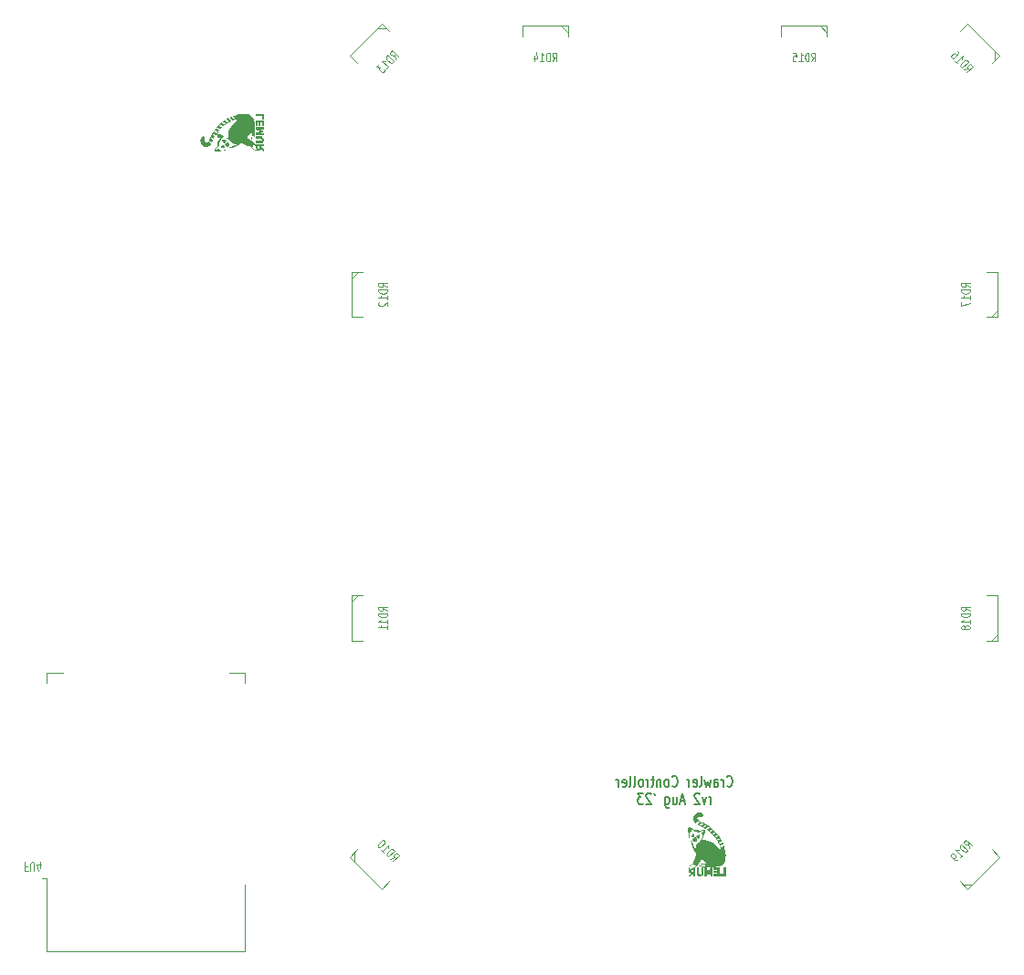
<source format=gbr>
G04 #@! TF.GenerationSoftware,KiCad,Pcbnew,7.0.4-40-g0180cb380f*
G04 #@! TF.CreationDate,2023-08-16T00:58:49-07:00*
G04 #@! TF.ProjectId,RobotCrawler,526f626f-7443-4726-9177-6c65722e6b69,rev?*
G04 #@! TF.SameCoordinates,Original*
G04 #@! TF.FileFunction,Legend,Bot*
G04 #@! TF.FilePolarity,Positive*
%FSLAX46Y46*%
G04 Gerber Fmt 4.6, Leading zero omitted, Abs format (unit mm)*
G04 Created by KiCad (PCBNEW 7.0.4-40-g0180cb380f) date 2023-08-16 00:58:49*
%MOMM*%
%LPD*%
G01*
G04 APERTURE LIST*
%ADD10C,0.150000*%
%ADD11C,0.100000*%
%ADD12C,0.120000*%
G04 APERTURE END LIST*
D10*
X154857143Y-100554580D02*
X154895239Y-100602200D01*
X154895239Y-100602200D02*
X155009524Y-100649819D01*
X155009524Y-100649819D02*
X155085715Y-100649819D01*
X155085715Y-100649819D02*
X155200001Y-100602200D01*
X155200001Y-100602200D02*
X155276191Y-100506961D01*
X155276191Y-100506961D02*
X155314286Y-100411723D01*
X155314286Y-100411723D02*
X155352382Y-100221247D01*
X155352382Y-100221247D02*
X155352382Y-100078390D01*
X155352382Y-100078390D02*
X155314286Y-99887914D01*
X155314286Y-99887914D02*
X155276191Y-99792676D01*
X155276191Y-99792676D02*
X155200001Y-99697438D01*
X155200001Y-99697438D02*
X155085715Y-99649819D01*
X155085715Y-99649819D02*
X155009524Y-99649819D01*
X155009524Y-99649819D02*
X154895239Y-99697438D01*
X154895239Y-99697438D02*
X154857143Y-99745057D01*
X154514286Y-100649819D02*
X154514286Y-99983152D01*
X154514286Y-100173628D02*
X154476191Y-100078390D01*
X154476191Y-100078390D02*
X154438096Y-100030771D01*
X154438096Y-100030771D02*
X154361905Y-99983152D01*
X154361905Y-99983152D02*
X154285715Y-99983152D01*
X153676191Y-100649819D02*
X153676191Y-100126009D01*
X153676191Y-100126009D02*
X153714286Y-100030771D01*
X153714286Y-100030771D02*
X153790477Y-99983152D01*
X153790477Y-99983152D02*
X153942858Y-99983152D01*
X153942858Y-99983152D02*
X154019048Y-100030771D01*
X153676191Y-100602200D02*
X153752382Y-100649819D01*
X153752382Y-100649819D02*
X153942858Y-100649819D01*
X153942858Y-100649819D02*
X154019048Y-100602200D01*
X154019048Y-100602200D02*
X154057144Y-100506961D01*
X154057144Y-100506961D02*
X154057144Y-100411723D01*
X154057144Y-100411723D02*
X154019048Y-100316485D01*
X154019048Y-100316485D02*
X153942858Y-100268866D01*
X153942858Y-100268866D02*
X153752382Y-100268866D01*
X153752382Y-100268866D02*
X153676191Y-100221247D01*
X153371429Y-99983152D02*
X153219048Y-100649819D01*
X153219048Y-100649819D02*
X153066667Y-100173628D01*
X153066667Y-100173628D02*
X152914286Y-100649819D01*
X152914286Y-100649819D02*
X152761905Y-99983152D01*
X152342858Y-100649819D02*
X152419048Y-100602200D01*
X152419048Y-100602200D02*
X152457143Y-100506961D01*
X152457143Y-100506961D02*
X152457143Y-99649819D01*
X151733333Y-100602200D02*
X151809524Y-100649819D01*
X151809524Y-100649819D02*
X151961905Y-100649819D01*
X151961905Y-100649819D02*
X152038095Y-100602200D01*
X152038095Y-100602200D02*
X152076191Y-100506961D01*
X152076191Y-100506961D02*
X152076191Y-100126009D01*
X152076191Y-100126009D02*
X152038095Y-100030771D01*
X152038095Y-100030771D02*
X151961905Y-99983152D01*
X151961905Y-99983152D02*
X151809524Y-99983152D01*
X151809524Y-99983152D02*
X151733333Y-100030771D01*
X151733333Y-100030771D02*
X151695238Y-100126009D01*
X151695238Y-100126009D02*
X151695238Y-100221247D01*
X151695238Y-100221247D02*
X152076191Y-100316485D01*
X151352381Y-100649819D02*
X151352381Y-99983152D01*
X151352381Y-100173628D02*
X151314286Y-100078390D01*
X151314286Y-100078390D02*
X151276191Y-100030771D01*
X151276191Y-100030771D02*
X151200000Y-99983152D01*
X151200000Y-99983152D02*
X151123810Y-99983152D01*
X149790476Y-100554580D02*
X149828572Y-100602200D01*
X149828572Y-100602200D02*
X149942857Y-100649819D01*
X149942857Y-100649819D02*
X150019048Y-100649819D01*
X150019048Y-100649819D02*
X150133334Y-100602200D01*
X150133334Y-100602200D02*
X150209524Y-100506961D01*
X150209524Y-100506961D02*
X150247619Y-100411723D01*
X150247619Y-100411723D02*
X150285715Y-100221247D01*
X150285715Y-100221247D02*
X150285715Y-100078390D01*
X150285715Y-100078390D02*
X150247619Y-99887914D01*
X150247619Y-99887914D02*
X150209524Y-99792676D01*
X150209524Y-99792676D02*
X150133334Y-99697438D01*
X150133334Y-99697438D02*
X150019048Y-99649819D01*
X150019048Y-99649819D02*
X149942857Y-99649819D01*
X149942857Y-99649819D02*
X149828572Y-99697438D01*
X149828572Y-99697438D02*
X149790476Y-99745057D01*
X149333334Y-100649819D02*
X149409524Y-100602200D01*
X149409524Y-100602200D02*
X149447619Y-100554580D01*
X149447619Y-100554580D02*
X149485715Y-100459342D01*
X149485715Y-100459342D02*
X149485715Y-100173628D01*
X149485715Y-100173628D02*
X149447619Y-100078390D01*
X149447619Y-100078390D02*
X149409524Y-100030771D01*
X149409524Y-100030771D02*
X149333334Y-99983152D01*
X149333334Y-99983152D02*
X149219048Y-99983152D01*
X149219048Y-99983152D02*
X149142857Y-100030771D01*
X149142857Y-100030771D02*
X149104762Y-100078390D01*
X149104762Y-100078390D02*
X149066667Y-100173628D01*
X149066667Y-100173628D02*
X149066667Y-100459342D01*
X149066667Y-100459342D02*
X149104762Y-100554580D01*
X149104762Y-100554580D02*
X149142857Y-100602200D01*
X149142857Y-100602200D02*
X149219048Y-100649819D01*
X149219048Y-100649819D02*
X149333334Y-100649819D01*
X148723809Y-99983152D02*
X148723809Y-100649819D01*
X148723809Y-100078390D02*
X148685714Y-100030771D01*
X148685714Y-100030771D02*
X148609524Y-99983152D01*
X148609524Y-99983152D02*
X148495238Y-99983152D01*
X148495238Y-99983152D02*
X148419047Y-100030771D01*
X148419047Y-100030771D02*
X148380952Y-100126009D01*
X148380952Y-100126009D02*
X148380952Y-100649819D01*
X148114285Y-99983152D02*
X147809523Y-99983152D01*
X147999999Y-99649819D02*
X147999999Y-100506961D01*
X147999999Y-100506961D02*
X147961904Y-100602200D01*
X147961904Y-100602200D02*
X147885714Y-100649819D01*
X147885714Y-100649819D02*
X147809523Y-100649819D01*
X147542856Y-100649819D02*
X147542856Y-99983152D01*
X147542856Y-100173628D02*
X147504761Y-100078390D01*
X147504761Y-100078390D02*
X147466666Y-100030771D01*
X147466666Y-100030771D02*
X147390475Y-99983152D01*
X147390475Y-99983152D02*
X147314285Y-99983152D01*
X146933333Y-100649819D02*
X147009523Y-100602200D01*
X147009523Y-100602200D02*
X147047618Y-100554580D01*
X147047618Y-100554580D02*
X147085714Y-100459342D01*
X147085714Y-100459342D02*
X147085714Y-100173628D01*
X147085714Y-100173628D02*
X147047618Y-100078390D01*
X147047618Y-100078390D02*
X147009523Y-100030771D01*
X147009523Y-100030771D02*
X146933333Y-99983152D01*
X146933333Y-99983152D02*
X146819047Y-99983152D01*
X146819047Y-99983152D02*
X146742856Y-100030771D01*
X146742856Y-100030771D02*
X146704761Y-100078390D01*
X146704761Y-100078390D02*
X146666666Y-100173628D01*
X146666666Y-100173628D02*
X146666666Y-100459342D01*
X146666666Y-100459342D02*
X146704761Y-100554580D01*
X146704761Y-100554580D02*
X146742856Y-100602200D01*
X146742856Y-100602200D02*
X146819047Y-100649819D01*
X146819047Y-100649819D02*
X146933333Y-100649819D01*
X146209523Y-100649819D02*
X146285713Y-100602200D01*
X146285713Y-100602200D02*
X146323808Y-100506961D01*
X146323808Y-100506961D02*
X146323808Y-99649819D01*
X145790475Y-100649819D02*
X145866665Y-100602200D01*
X145866665Y-100602200D02*
X145904760Y-100506961D01*
X145904760Y-100506961D02*
X145904760Y-99649819D01*
X145180950Y-100602200D02*
X145257141Y-100649819D01*
X145257141Y-100649819D02*
X145409522Y-100649819D01*
X145409522Y-100649819D02*
X145485712Y-100602200D01*
X145485712Y-100602200D02*
X145523808Y-100506961D01*
X145523808Y-100506961D02*
X145523808Y-100126009D01*
X145523808Y-100126009D02*
X145485712Y-100030771D01*
X145485712Y-100030771D02*
X145409522Y-99983152D01*
X145409522Y-99983152D02*
X145257141Y-99983152D01*
X145257141Y-99983152D02*
X145180950Y-100030771D01*
X145180950Y-100030771D02*
X145142855Y-100126009D01*
X145142855Y-100126009D02*
X145142855Y-100221247D01*
X145142855Y-100221247D02*
X145523808Y-100316485D01*
X144799998Y-100649819D02*
X144799998Y-99983152D01*
X144799998Y-100173628D02*
X144761903Y-100078390D01*
X144761903Y-100078390D02*
X144723808Y-100030771D01*
X144723808Y-100030771D02*
X144647617Y-99983152D01*
X144647617Y-99983152D02*
X144571427Y-99983152D01*
X153371428Y-102259819D02*
X153371428Y-101593152D01*
X153371428Y-101783628D02*
X153333333Y-101688390D01*
X153333333Y-101688390D02*
X153295238Y-101640771D01*
X153295238Y-101640771D02*
X153219047Y-101593152D01*
X153219047Y-101593152D02*
X153142857Y-101593152D01*
X152952381Y-101593152D02*
X152761905Y-102259819D01*
X152761905Y-102259819D02*
X152571428Y-101593152D01*
X152304762Y-101355057D02*
X152266666Y-101307438D01*
X152266666Y-101307438D02*
X152190476Y-101259819D01*
X152190476Y-101259819D02*
X152000000Y-101259819D01*
X152000000Y-101259819D02*
X151923809Y-101307438D01*
X151923809Y-101307438D02*
X151885714Y-101355057D01*
X151885714Y-101355057D02*
X151847619Y-101450295D01*
X151847619Y-101450295D02*
X151847619Y-101545533D01*
X151847619Y-101545533D02*
X151885714Y-101688390D01*
X151885714Y-101688390D02*
X152342857Y-102259819D01*
X152342857Y-102259819D02*
X151847619Y-102259819D01*
X150933333Y-101974104D02*
X150552380Y-101974104D01*
X151009523Y-102259819D02*
X150742856Y-101259819D01*
X150742856Y-101259819D02*
X150476190Y-102259819D01*
X149866666Y-101593152D02*
X149866666Y-102259819D01*
X150209523Y-101593152D02*
X150209523Y-102116961D01*
X150209523Y-102116961D02*
X150171428Y-102212200D01*
X150171428Y-102212200D02*
X150095238Y-102259819D01*
X150095238Y-102259819D02*
X149980952Y-102259819D01*
X149980952Y-102259819D02*
X149904761Y-102212200D01*
X149904761Y-102212200D02*
X149866666Y-102164580D01*
X149142856Y-101593152D02*
X149142856Y-102402676D01*
X149142856Y-102402676D02*
X149180951Y-102497914D01*
X149180951Y-102497914D02*
X149219047Y-102545533D01*
X149219047Y-102545533D02*
X149295237Y-102593152D01*
X149295237Y-102593152D02*
X149409523Y-102593152D01*
X149409523Y-102593152D02*
X149485713Y-102545533D01*
X149142856Y-102212200D02*
X149219047Y-102259819D01*
X149219047Y-102259819D02*
X149371428Y-102259819D01*
X149371428Y-102259819D02*
X149447618Y-102212200D01*
X149447618Y-102212200D02*
X149485713Y-102164580D01*
X149485713Y-102164580D02*
X149523809Y-102069342D01*
X149523809Y-102069342D02*
X149523809Y-101783628D01*
X149523809Y-101783628D02*
X149485713Y-101688390D01*
X149485713Y-101688390D02*
X149447618Y-101640771D01*
X149447618Y-101640771D02*
X149371428Y-101593152D01*
X149371428Y-101593152D02*
X149219047Y-101593152D01*
X149219047Y-101593152D02*
X149142856Y-101640771D01*
X148114284Y-101259819D02*
X148190475Y-101450295D01*
X147809523Y-101355057D02*
X147771427Y-101307438D01*
X147771427Y-101307438D02*
X147695237Y-101259819D01*
X147695237Y-101259819D02*
X147504761Y-101259819D01*
X147504761Y-101259819D02*
X147428570Y-101307438D01*
X147428570Y-101307438D02*
X147390475Y-101355057D01*
X147390475Y-101355057D02*
X147352380Y-101450295D01*
X147352380Y-101450295D02*
X147352380Y-101545533D01*
X147352380Y-101545533D02*
X147390475Y-101688390D01*
X147390475Y-101688390D02*
X147847618Y-102259819D01*
X147847618Y-102259819D02*
X147352380Y-102259819D01*
X147085713Y-101259819D02*
X146590475Y-101259819D01*
X146590475Y-101259819D02*
X146857141Y-101640771D01*
X146857141Y-101640771D02*
X146742856Y-101640771D01*
X146742856Y-101640771D02*
X146666665Y-101688390D01*
X146666665Y-101688390D02*
X146628570Y-101736009D01*
X146628570Y-101736009D02*
X146590475Y-101831247D01*
X146590475Y-101831247D02*
X146590475Y-102069342D01*
X146590475Y-102069342D02*
X146628570Y-102164580D01*
X146628570Y-102164580D02*
X146666665Y-102212200D01*
X146666665Y-102212200D02*
X146742856Y-102259819D01*
X146742856Y-102259819D02*
X146971427Y-102259819D01*
X146971427Y-102259819D02*
X147047618Y-102212200D01*
X147047618Y-102212200D02*
X147085713Y-102164580D01*
D11*
X123641067Y-107328679D02*
X124051862Y-107200726D01*
X123883504Y-107571116D02*
X124449189Y-107005430D01*
X124449189Y-107005430D02*
X124287565Y-106843806D01*
X124287565Y-106843806D02*
X124220221Y-106830337D01*
X124220221Y-106830337D02*
X124173081Y-106837071D01*
X124173081Y-106837071D02*
X124099003Y-106870743D01*
X124099003Y-106870743D02*
X124018191Y-106951555D01*
X124018191Y-106951555D02*
X123984519Y-107025633D01*
X123984519Y-107025633D02*
X123977785Y-107072774D01*
X123977785Y-107072774D02*
X123991253Y-107140117D01*
X123991253Y-107140117D02*
X124152878Y-107301742D01*
X123459240Y-107146851D02*
X124024925Y-106581166D01*
X124024925Y-106581166D02*
X123923910Y-106480151D01*
X123923910Y-106480151D02*
X123836363Y-106446479D01*
X123836363Y-106446479D02*
X123742082Y-106459948D01*
X123742082Y-106459948D02*
X123668005Y-106493619D01*
X123668005Y-106493619D02*
X123540052Y-106581166D01*
X123540052Y-106581166D02*
X123459240Y-106661978D01*
X123459240Y-106661978D02*
X123371693Y-106789931D01*
X123371693Y-106789931D02*
X123338021Y-106864009D01*
X123338021Y-106864009D02*
X123324553Y-106958290D01*
X123324553Y-106958290D02*
X123358224Y-107045836D01*
X123358224Y-107045836D02*
X123459240Y-107146851D01*
X122812742Y-106500354D02*
X123055179Y-106742790D01*
X122933960Y-106621572D02*
X123499646Y-106055887D01*
X123499646Y-106055887D02*
X123459240Y-106177105D01*
X123459240Y-106177105D02*
X123445771Y-106271386D01*
X123445771Y-106271386D02*
X123459240Y-106338729D01*
X123115788Y-105672028D02*
X123075381Y-105631622D01*
X123075381Y-105631622D02*
X123008038Y-105618154D01*
X123008038Y-105618154D02*
X122960897Y-105624888D01*
X122960897Y-105624888D02*
X122886820Y-105658560D01*
X122886820Y-105658560D02*
X122758867Y-105746106D01*
X122758867Y-105746106D02*
X122624180Y-105880793D01*
X122624180Y-105880793D02*
X122536633Y-106008746D01*
X122536633Y-106008746D02*
X122502962Y-106082824D01*
X122502962Y-106082824D02*
X122496227Y-106129964D01*
X122496227Y-106129964D02*
X122509696Y-106197308D01*
X122509696Y-106197308D02*
X122550102Y-106237714D01*
X122550102Y-106237714D02*
X122617446Y-106251183D01*
X122617446Y-106251183D02*
X122664586Y-106244448D01*
X122664586Y-106244448D02*
X122738664Y-106210776D01*
X122738664Y-106210776D02*
X122866617Y-106123230D01*
X122866617Y-106123230D02*
X123001304Y-105988543D01*
X123001304Y-105988543D02*
X123088850Y-105860590D01*
X123088850Y-105860590D02*
X123122522Y-105786512D01*
X123122522Y-105786512D02*
X123129256Y-105739372D01*
X123129256Y-105739372D02*
X123115788Y-105672028D01*
X123364895Y-84314285D02*
X122983942Y-84114285D01*
X123364895Y-83971428D02*
X122564895Y-83971428D01*
X122564895Y-83971428D02*
X122564895Y-84199999D01*
X122564895Y-84199999D02*
X122602990Y-84257142D01*
X122602990Y-84257142D02*
X122641085Y-84285713D01*
X122641085Y-84285713D02*
X122717276Y-84314285D01*
X122717276Y-84314285D02*
X122831561Y-84314285D01*
X122831561Y-84314285D02*
X122907752Y-84285713D01*
X122907752Y-84285713D02*
X122945847Y-84257142D01*
X122945847Y-84257142D02*
X122983942Y-84199999D01*
X122983942Y-84199999D02*
X122983942Y-83971428D01*
X123364895Y-84571428D02*
X122564895Y-84571428D01*
X122564895Y-84571428D02*
X122564895Y-84714285D01*
X122564895Y-84714285D02*
X122602990Y-84799999D01*
X122602990Y-84799999D02*
X122679180Y-84857142D01*
X122679180Y-84857142D02*
X122755371Y-84885713D01*
X122755371Y-84885713D02*
X122907752Y-84914285D01*
X122907752Y-84914285D02*
X123022038Y-84914285D01*
X123022038Y-84914285D02*
X123174419Y-84885713D01*
X123174419Y-84885713D02*
X123250609Y-84857142D01*
X123250609Y-84857142D02*
X123326800Y-84799999D01*
X123326800Y-84799999D02*
X123364895Y-84714285D01*
X123364895Y-84714285D02*
X123364895Y-84571428D01*
X123364895Y-85485713D02*
X123364895Y-85142856D01*
X123364895Y-85314285D02*
X122564895Y-85314285D01*
X122564895Y-85314285D02*
X122679180Y-85257142D01*
X122679180Y-85257142D02*
X122755371Y-85199999D01*
X122755371Y-85199999D02*
X122793466Y-85142856D01*
X123364895Y-86057142D02*
X123364895Y-85714285D01*
X123364895Y-85885714D02*
X122564895Y-85885714D01*
X122564895Y-85885714D02*
X122679180Y-85828571D01*
X122679180Y-85828571D02*
X122755371Y-85771428D01*
X122755371Y-85771428D02*
X122793466Y-85714285D01*
X177364895Y-54314285D02*
X176983942Y-54114285D01*
X177364895Y-53971428D02*
X176564895Y-53971428D01*
X176564895Y-53971428D02*
X176564895Y-54199999D01*
X176564895Y-54199999D02*
X176602990Y-54257142D01*
X176602990Y-54257142D02*
X176641085Y-54285713D01*
X176641085Y-54285713D02*
X176717276Y-54314285D01*
X176717276Y-54314285D02*
X176831561Y-54314285D01*
X176831561Y-54314285D02*
X176907752Y-54285713D01*
X176907752Y-54285713D02*
X176945847Y-54257142D01*
X176945847Y-54257142D02*
X176983942Y-54199999D01*
X176983942Y-54199999D02*
X176983942Y-53971428D01*
X177364895Y-54571428D02*
X176564895Y-54571428D01*
X176564895Y-54571428D02*
X176564895Y-54714285D01*
X176564895Y-54714285D02*
X176602990Y-54799999D01*
X176602990Y-54799999D02*
X176679180Y-54857142D01*
X176679180Y-54857142D02*
X176755371Y-54885713D01*
X176755371Y-54885713D02*
X176907752Y-54914285D01*
X176907752Y-54914285D02*
X177022038Y-54914285D01*
X177022038Y-54914285D02*
X177174419Y-54885713D01*
X177174419Y-54885713D02*
X177250609Y-54857142D01*
X177250609Y-54857142D02*
X177326800Y-54799999D01*
X177326800Y-54799999D02*
X177364895Y-54714285D01*
X177364895Y-54714285D02*
X177364895Y-54571428D01*
X177364895Y-55485713D02*
X177364895Y-55142856D01*
X177364895Y-55314285D02*
X176564895Y-55314285D01*
X176564895Y-55314285D02*
X176679180Y-55257142D01*
X176679180Y-55257142D02*
X176755371Y-55199999D01*
X176755371Y-55199999D02*
X176793466Y-55142856D01*
X176564895Y-55685714D02*
X176564895Y-56085714D01*
X176564895Y-56085714D02*
X177364895Y-55828571D01*
X123364895Y-54314285D02*
X122983942Y-54114285D01*
X123364895Y-53971428D02*
X122564895Y-53971428D01*
X122564895Y-53971428D02*
X122564895Y-54199999D01*
X122564895Y-54199999D02*
X122602990Y-54257142D01*
X122602990Y-54257142D02*
X122641085Y-54285713D01*
X122641085Y-54285713D02*
X122717276Y-54314285D01*
X122717276Y-54314285D02*
X122831561Y-54314285D01*
X122831561Y-54314285D02*
X122907752Y-54285713D01*
X122907752Y-54285713D02*
X122945847Y-54257142D01*
X122945847Y-54257142D02*
X122983942Y-54199999D01*
X122983942Y-54199999D02*
X122983942Y-53971428D01*
X123364895Y-54571428D02*
X122564895Y-54571428D01*
X122564895Y-54571428D02*
X122564895Y-54714285D01*
X122564895Y-54714285D02*
X122602990Y-54799999D01*
X122602990Y-54799999D02*
X122679180Y-54857142D01*
X122679180Y-54857142D02*
X122755371Y-54885713D01*
X122755371Y-54885713D02*
X122907752Y-54914285D01*
X122907752Y-54914285D02*
X123022038Y-54914285D01*
X123022038Y-54914285D02*
X123174419Y-54885713D01*
X123174419Y-54885713D02*
X123250609Y-54857142D01*
X123250609Y-54857142D02*
X123326800Y-54799999D01*
X123326800Y-54799999D02*
X123364895Y-54714285D01*
X123364895Y-54714285D02*
X123364895Y-54571428D01*
X123364895Y-55485713D02*
X123364895Y-55142856D01*
X123364895Y-55314285D02*
X122564895Y-55314285D01*
X122564895Y-55314285D02*
X122679180Y-55257142D01*
X122679180Y-55257142D02*
X122755371Y-55199999D01*
X122755371Y-55199999D02*
X122793466Y-55142856D01*
X122641085Y-55714285D02*
X122602990Y-55742857D01*
X122602990Y-55742857D02*
X122564895Y-55800000D01*
X122564895Y-55800000D02*
X122564895Y-55942857D01*
X122564895Y-55942857D02*
X122602990Y-56000000D01*
X122602990Y-56000000D02*
X122641085Y-56028571D01*
X122641085Y-56028571D02*
X122717276Y-56057142D01*
X122717276Y-56057142D02*
X122793466Y-56057142D01*
X122793466Y-56057142D02*
X122907752Y-56028571D01*
X122907752Y-56028571D02*
X123364895Y-55685714D01*
X123364895Y-55685714D02*
X123364895Y-56057142D01*
X177328679Y-106358932D02*
X177200726Y-105948137D01*
X177571116Y-106116495D02*
X177005430Y-105550810D01*
X177005430Y-105550810D02*
X176843806Y-105712434D01*
X176843806Y-105712434D02*
X176830337Y-105779778D01*
X176830337Y-105779778D02*
X176837071Y-105826918D01*
X176837071Y-105826918D02*
X176870743Y-105900996D01*
X176870743Y-105900996D02*
X176951555Y-105981808D01*
X176951555Y-105981808D02*
X177025633Y-106015480D01*
X177025633Y-106015480D02*
X177072774Y-106022214D01*
X177072774Y-106022214D02*
X177140117Y-106008746D01*
X177140117Y-106008746D02*
X177301742Y-105847121D01*
X177146851Y-106540759D02*
X176581166Y-105975074D01*
X176581166Y-105975074D02*
X176480151Y-106076089D01*
X176480151Y-106076089D02*
X176446479Y-106163636D01*
X176446479Y-106163636D02*
X176459948Y-106257917D01*
X176459948Y-106257917D02*
X176493619Y-106331994D01*
X176493619Y-106331994D02*
X176581166Y-106459947D01*
X176581166Y-106459947D02*
X176661978Y-106540759D01*
X176661978Y-106540759D02*
X176789931Y-106628306D01*
X176789931Y-106628306D02*
X176864009Y-106661978D01*
X176864009Y-106661978D02*
X176958290Y-106675446D01*
X176958290Y-106675446D02*
X177045836Y-106641775D01*
X177045836Y-106641775D02*
X177146851Y-106540759D01*
X176500354Y-107187257D02*
X176742790Y-106944820D01*
X176621572Y-107066039D02*
X176055887Y-106500353D01*
X176055887Y-106500353D02*
X176177105Y-106540759D01*
X176177105Y-106540759D02*
X176271386Y-106554228D01*
X176271386Y-106554228D02*
X176338729Y-106540759D01*
X176298323Y-107389288D02*
X176217511Y-107470100D01*
X176217511Y-107470100D02*
X176150167Y-107483569D01*
X176150167Y-107483569D02*
X176103027Y-107476834D01*
X176103027Y-107476834D02*
X175981809Y-107436428D01*
X175981809Y-107436428D02*
X175853856Y-107348882D01*
X175853856Y-107348882D02*
X175638357Y-107133382D01*
X175638357Y-107133382D02*
X175604685Y-107059305D01*
X175604685Y-107059305D02*
X175597951Y-107012164D01*
X175597951Y-107012164D02*
X175611419Y-106944821D01*
X175611419Y-106944821D02*
X175692231Y-106864008D01*
X175692231Y-106864008D02*
X175759575Y-106850540D01*
X175759575Y-106850540D02*
X175806715Y-106857274D01*
X175806715Y-106857274D02*
X175880793Y-106890946D01*
X175880793Y-106890946D02*
X176015480Y-107025633D01*
X176015480Y-107025633D02*
X176049152Y-107099711D01*
X176049152Y-107099711D02*
X176055886Y-107146851D01*
X176055886Y-107146851D02*
X176042418Y-107214195D01*
X176042418Y-107214195D02*
X175961606Y-107295007D01*
X175961606Y-107295007D02*
X175894262Y-107308476D01*
X175894262Y-107308476D02*
X175847122Y-107301741D01*
X175847122Y-107301741D02*
X175773044Y-107268069D01*
X124157107Y-33187360D02*
X124029154Y-32776565D01*
X124399544Y-32944923D02*
X123833858Y-32379238D01*
X123833858Y-32379238D02*
X123672234Y-32540862D01*
X123672234Y-32540862D02*
X123658765Y-32608206D01*
X123658765Y-32608206D02*
X123665499Y-32655346D01*
X123665499Y-32655346D02*
X123699171Y-32729424D01*
X123699171Y-32729424D02*
X123779983Y-32810236D01*
X123779983Y-32810236D02*
X123854061Y-32843908D01*
X123854061Y-32843908D02*
X123901202Y-32850642D01*
X123901202Y-32850642D02*
X123968545Y-32837174D01*
X123968545Y-32837174D02*
X124130170Y-32675549D01*
X123975279Y-33369187D02*
X123409594Y-32803502D01*
X123409594Y-32803502D02*
X123308579Y-32904517D01*
X123308579Y-32904517D02*
X123274907Y-32992064D01*
X123274907Y-32992064D02*
X123288376Y-33086345D01*
X123288376Y-33086345D02*
X123322047Y-33160422D01*
X123322047Y-33160422D02*
X123409594Y-33288375D01*
X123409594Y-33288375D02*
X123490406Y-33369187D01*
X123490406Y-33369187D02*
X123618359Y-33456734D01*
X123618359Y-33456734D02*
X123692437Y-33490406D01*
X123692437Y-33490406D02*
X123786718Y-33503874D01*
X123786718Y-33503874D02*
X123874264Y-33470203D01*
X123874264Y-33470203D02*
X123975279Y-33369187D01*
X123328782Y-34015685D02*
X123571218Y-33773248D01*
X123450000Y-33894467D02*
X122884315Y-33328781D01*
X122884315Y-33328781D02*
X123005533Y-33369187D01*
X123005533Y-33369187D02*
X123099814Y-33382656D01*
X123099814Y-33382656D02*
X123167157Y-33369187D01*
X122621675Y-33591421D02*
X122359035Y-33854061D01*
X122359035Y-33854061D02*
X122715956Y-33928139D01*
X122715956Y-33928139D02*
X122655347Y-33988748D01*
X122655347Y-33988748D02*
X122641878Y-34056091D01*
X122641878Y-34056091D02*
X122648612Y-34103232D01*
X122648612Y-34103232D02*
X122682284Y-34177310D01*
X122682284Y-34177310D02*
X122816971Y-34311997D01*
X122816971Y-34311997D02*
X122891049Y-34345668D01*
X122891049Y-34345668D02*
X122938189Y-34352403D01*
X122938189Y-34352403D02*
X123005533Y-34338934D01*
X123005533Y-34338934D02*
X123126751Y-34217716D01*
X123126751Y-34217716D02*
X123140220Y-34150372D01*
X123140220Y-34150372D02*
X123133485Y-34103232D01*
X138685714Y-33364895D02*
X138885714Y-32983942D01*
X139028571Y-33364895D02*
X139028571Y-32564895D01*
X139028571Y-32564895D02*
X138800000Y-32564895D01*
X138800000Y-32564895D02*
X138742857Y-32602990D01*
X138742857Y-32602990D02*
X138714286Y-32641085D01*
X138714286Y-32641085D02*
X138685714Y-32717276D01*
X138685714Y-32717276D02*
X138685714Y-32831561D01*
X138685714Y-32831561D02*
X138714286Y-32907752D01*
X138714286Y-32907752D02*
X138742857Y-32945847D01*
X138742857Y-32945847D02*
X138800000Y-32983942D01*
X138800000Y-32983942D02*
X139028571Y-32983942D01*
X138428571Y-33364895D02*
X138428571Y-32564895D01*
X138428571Y-32564895D02*
X138285714Y-32564895D01*
X138285714Y-32564895D02*
X138200000Y-32602990D01*
X138200000Y-32602990D02*
X138142857Y-32679180D01*
X138142857Y-32679180D02*
X138114286Y-32755371D01*
X138114286Y-32755371D02*
X138085714Y-32907752D01*
X138085714Y-32907752D02*
X138085714Y-33022038D01*
X138085714Y-33022038D02*
X138114286Y-33174419D01*
X138114286Y-33174419D02*
X138142857Y-33250609D01*
X138142857Y-33250609D02*
X138200000Y-33326800D01*
X138200000Y-33326800D02*
X138285714Y-33364895D01*
X138285714Y-33364895D02*
X138428571Y-33364895D01*
X137514286Y-33364895D02*
X137857143Y-33364895D01*
X137685714Y-33364895D02*
X137685714Y-32564895D01*
X137685714Y-32564895D02*
X137742857Y-32679180D01*
X137742857Y-32679180D02*
X137800000Y-32755371D01*
X137800000Y-32755371D02*
X137857143Y-32793466D01*
X137000000Y-32831561D02*
X137000000Y-33364895D01*
X137142857Y-32526800D02*
X137285714Y-33098228D01*
X137285714Y-33098228D02*
X136914285Y-33098228D01*
X162685714Y-33364895D02*
X162885714Y-32983942D01*
X163028571Y-33364895D02*
X163028571Y-32564895D01*
X163028571Y-32564895D02*
X162800000Y-32564895D01*
X162800000Y-32564895D02*
X162742857Y-32602990D01*
X162742857Y-32602990D02*
X162714286Y-32641085D01*
X162714286Y-32641085D02*
X162685714Y-32717276D01*
X162685714Y-32717276D02*
X162685714Y-32831561D01*
X162685714Y-32831561D02*
X162714286Y-32907752D01*
X162714286Y-32907752D02*
X162742857Y-32945847D01*
X162742857Y-32945847D02*
X162800000Y-32983942D01*
X162800000Y-32983942D02*
X163028571Y-32983942D01*
X162428571Y-33364895D02*
X162428571Y-32564895D01*
X162428571Y-32564895D02*
X162285714Y-32564895D01*
X162285714Y-32564895D02*
X162200000Y-32602990D01*
X162200000Y-32602990D02*
X162142857Y-32679180D01*
X162142857Y-32679180D02*
X162114286Y-32755371D01*
X162114286Y-32755371D02*
X162085714Y-32907752D01*
X162085714Y-32907752D02*
X162085714Y-33022038D01*
X162085714Y-33022038D02*
X162114286Y-33174419D01*
X162114286Y-33174419D02*
X162142857Y-33250609D01*
X162142857Y-33250609D02*
X162200000Y-33326800D01*
X162200000Y-33326800D02*
X162285714Y-33364895D01*
X162285714Y-33364895D02*
X162428571Y-33364895D01*
X161514286Y-33364895D02*
X161857143Y-33364895D01*
X161685714Y-33364895D02*
X161685714Y-32564895D01*
X161685714Y-32564895D02*
X161742857Y-32679180D01*
X161742857Y-32679180D02*
X161800000Y-32755371D01*
X161800000Y-32755371D02*
X161857143Y-32793466D01*
X160971428Y-32564895D02*
X161257142Y-32564895D01*
X161257142Y-32564895D02*
X161285714Y-32945847D01*
X161285714Y-32945847D02*
X161257142Y-32907752D01*
X161257142Y-32907752D02*
X161200000Y-32869657D01*
X161200000Y-32869657D02*
X161057142Y-32869657D01*
X161057142Y-32869657D02*
X161000000Y-32907752D01*
X161000000Y-32907752D02*
X160971428Y-32945847D01*
X160971428Y-32945847D02*
X160942857Y-33022038D01*
X160942857Y-33022038D02*
X160942857Y-33212514D01*
X160942857Y-33212514D02*
X160971428Y-33288704D01*
X160971428Y-33288704D02*
X161000000Y-33326800D01*
X161000000Y-33326800D02*
X161057142Y-33364895D01*
X161057142Y-33364895D02*
X161200000Y-33364895D01*
X161200000Y-33364895D02*
X161257142Y-33326800D01*
X161257142Y-33326800D02*
X161285714Y-33288704D01*
X176812639Y-34157107D02*
X177223434Y-34029154D01*
X177055076Y-34399544D02*
X177620761Y-33833858D01*
X177620761Y-33833858D02*
X177459137Y-33672234D01*
X177459137Y-33672234D02*
X177391793Y-33658765D01*
X177391793Y-33658765D02*
X177344653Y-33665499D01*
X177344653Y-33665499D02*
X177270575Y-33699171D01*
X177270575Y-33699171D02*
X177189763Y-33779983D01*
X177189763Y-33779983D02*
X177156091Y-33854061D01*
X177156091Y-33854061D02*
X177149357Y-33901202D01*
X177149357Y-33901202D02*
X177162825Y-33968545D01*
X177162825Y-33968545D02*
X177324450Y-34130170D01*
X176630812Y-33975279D02*
X177196497Y-33409594D01*
X177196497Y-33409594D02*
X177095482Y-33308579D01*
X177095482Y-33308579D02*
X177007935Y-33274907D01*
X177007935Y-33274907D02*
X176913654Y-33288376D01*
X176913654Y-33288376D02*
X176839577Y-33322047D01*
X176839577Y-33322047D02*
X176711624Y-33409594D01*
X176711624Y-33409594D02*
X176630812Y-33490406D01*
X176630812Y-33490406D02*
X176543265Y-33618359D01*
X176543265Y-33618359D02*
X176509593Y-33692437D01*
X176509593Y-33692437D02*
X176496125Y-33786718D01*
X176496125Y-33786718D02*
X176529796Y-33874264D01*
X176529796Y-33874264D02*
X176630812Y-33975279D01*
X175984314Y-33328782D02*
X176226751Y-33571218D01*
X176105532Y-33450000D02*
X176671218Y-32884315D01*
X176671218Y-32884315D02*
X176630812Y-33005533D01*
X176630812Y-33005533D02*
X176617343Y-33099814D01*
X176617343Y-33099814D02*
X176630812Y-33167157D01*
X176186344Y-32399441D02*
X176267156Y-32480253D01*
X176267156Y-32480253D02*
X176280625Y-32547597D01*
X176280625Y-32547597D02*
X176273891Y-32594737D01*
X176273891Y-32594737D02*
X176233485Y-32715956D01*
X176233485Y-32715956D02*
X176145938Y-32843908D01*
X176145938Y-32843908D02*
X175930439Y-33059408D01*
X175930439Y-33059408D02*
X175856361Y-33093079D01*
X175856361Y-33093079D02*
X175809221Y-33099814D01*
X175809221Y-33099814D02*
X175741877Y-33086345D01*
X175741877Y-33086345D02*
X175661065Y-33005533D01*
X175661065Y-33005533D02*
X175647596Y-32938189D01*
X175647596Y-32938189D02*
X175654331Y-32891049D01*
X175654331Y-32891049D02*
X175688002Y-32816971D01*
X175688002Y-32816971D02*
X175822689Y-32682284D01*
X175822689Y-32682284D02*
X175896767Y-32648612D01*
X175896767Y-32648612D02*
X175943908Y-32641878D01*
X175943908Y-32641878D02*
X176011251Y-32655347D01*
X176011251Y-32655347D02*
X176092063Y-32736159D01*
X176092063Y-32736159D02*
X176105532Y-32803502D01*
X176105532Y-32803502D02*
X176098798Y-32850643D01*
X176098798Y-32850643D02*
X176065126Y-32924721D01*
X177364895Y-84314285D02*
X176983942Y-84114285D01*
X177364895Y-83971428D02*
X176564895Y-83971428D01*
X176564895Y-83971428D02*
X176564895Y-84199999D01*
X176564895Y-84199999D02*
X176602990Y-84257142D01*
X176602990Y-84257142D02*
X176641085Y-84285713D01*
X176641085Y-84285713D02*
X176717276Y-84314285D01*
X176717276Y-84314285D02*
X176831561Y-84314285D01*
X176831561Y-84314285D02*
X176907752Y-84285713D01*
X176907752Y-84285713D02*
X176945847Y-84257142D01*
X176945847Y-84257142D02*
X176983942Y-84199999D01*
X176983942Y-84199999D02*
X176983942Y-83971428D01*
X177364895Y-84571428D02*
X176564895Y-84571428D01*
X176564895Y-84571428D02*
X176564895Y-84714285D01*
X176564895Y-84714285D02*
X176602990Y-84799999D01*
X176602990Y-84799999D02*
X176679180Y-84857142D01*
X176679180Y-84857142D02*
X176755371Y-84885713D01*
X176755371Y-84885713D02*
X176907752Y-84914285D01*
X176907752Y-84914285D02*
X177022038Y-84914285D01*
X177022038Y-84914285D02*
X177174419Y-84885713D01*
X177174419Y-84885713D02*
X177250609Y-84857142D01*
X177250609Y-84857142D02*
X177326800Y-84799999D01*
X177326800Y-84799999D02*
X177364895Y-84714285D01*
X177364895Y-84714285D02*
X177364895Y-84571428D01*
X177364895Y-85485713D02*
X177364895Y-85142856D01*
X177364895Y-85314285D02*
X176564895Y-85314285D01*
X176564895Y-85314285D02*
X176679180Y-85257142D01*
X176679180Y-85257142D02*
X176755371Y-85199999D01*
X176755371Y-85199999D02*
X176793466Y-85142856D01*
X176907752Y-85828571D02*
X176869657Y-85771428D01*
X176869657Y-85771428D02*
X176831561Y-85742857D01*
X176831561Y-85742857D02*
X176755371Y-85714285D01*
X176755371Y-85714285D02*
X176717276Y-85714285D01*
X176717276Y-85714285D02*
X176641085Y-85742857D01*
X176641085Y-85742857D02*
X176602990Y-85771428D01*
X176602990Y-85771428D02*
X176564895Y-85828571D01*
X176564895Y-85828571D02*
X176564895Y-85942857D01*
X176564895Y-85942857D02*
X176602990Y-86000000D01*
X176602990Y-86000000D02*
X176641085Y-86028571D01*
X176641085Y-86028571D02*
X176717276Y-86057142D01*
X176717276Y-86057142D02*
X176755371Y-86057142D01*
X176755371Y-86057142D02*
X176831561Y-86028571D01*
X176831561Y-86028571D02*
X176869657Y-86000000D01*
X176869657Y-86000000D02*
X176907752Y-85942857D01*
X176907752Y-85942857D02*
X176907752Y-85828571D01*
X176907752Y-85828571D02*
X176945847Y-85771428D01*
X176945847Y-85771428D02*
X176983942Y-85742857D01*
X176983942Y-85742857D02*
X177060133Y-85714285D01*
X177060133Y-85714285D02*
X177212514Y-85714285D01*
X177212514Y-85714285D02*
X177288704Y-85742857D01*
X177288704Y-85742857D02*
X177326800Y-85771428D01*
X177326800Y-85771428D02*
X177364895Y-85828571D01*
X177364895Y-85828571D02*
X177364895Y-85942857D01*
X177364895Y-85942857D02*
X177326800Y-86000000D01*
X177326800Y-86000000D02*
X177288704Y-86028571D01*
X177288704Y-86028571D02*
X177212514Y-86057142D01*
X177212514Y-86057142D02*
X177060133Y-86057142D01*
X177060133Y-86057142D02*
X176983942Y-86028571D01*
X176983942Y-86028571D02*
X176945847Y-86000000D01*
X176945847Y-86000000D02*
X176907752Y-85942857D01*
X89985714Y-108054152D02*
X89785714Y-108054152D01*
X89785714Y-107635104D02*
X89785714Y-108435104D01*
X89785714Y-108435104D02*
X90071428Y-108435104D01*
X90300000Y-108435104D02*
X90300000Y-107787485D01*
X90300000Y-107787485D02*
X90328571Y-107711295D01*
X90328571Y-107711295D02*
X90357143Y-107673200D01*
X90357143Y-107673200D02*
X90414285Y-107635104D01*
X90414285Y-107635104D02*
X90528571Y-107635104D01*
X90528571Y-107635104D02*
X90585714Y-107673200D01*
X90585714Y-107673200D02*
X90614285Y-107711295D01*
X90614285Y-107711295D02*
X90642857Y-107787485D01*
X90642857Y-107787485D02*
X90642857Y-108435104D01*
X91185714Y-108168438D02*
X91185714Y-107635104D01*
X91042856Y-108473200D02*
X90899999Y-107901771D01*
X90899999Y-107901771D02*
X91271428Y-107901771D01*
X122848528Y-110121320D02*
X123555635Y-109414214D01*
X122848528Y-110121320D02*
X119878680Y-107151472D01*
X120302944Y-107575736D02*
X120302944Y-106727208D01*
X119878680Y-107151472D02*
X120585786Y-106444365D01*
X120100000Y-87100000D02*
X121100000Y-87100000D01*
X120100000Y-87100000D02*
X120100000Y-82900000D01*
X120100000Y-83500000D02*
X120700000Y-82900000D01*
X120100000Y-82900000D02*
X121100000Y-82900000D01*
X179900000Y-52900000D02*
X178900000Y-52900000D01*
X179900000Y-52900000D02*
X179900000Y-57100000D01*
X179900000Y-56500000D02*
X179300000Y-57100000D01*
X179900000Y-57100000D02*
X178900000Y-57100000D01*
X120100000Y-57100000D02*
X121100000Y-57100000D01*
X120100000Y-57100000D02*
X120100000Y-52900000D01*
X120100000Y-53500000D02*
X120700000Y-52900000D01*
X120100000Y-52900000D02*
X121100000Y-52900000D01*
X180121320Y-107151472D02*
X179414214Y-106444365D01*
X180121320Y-107151472D02*
X177151472Y-110121320D01*
X177575736Y-109697056D02*
X176727208Y-109697056D01*
X177151472Y-110121320D02*
X176444365Y-109414214D01*
X119878680Y-32848528D02*
X120585786Y-33555635D01*
X119878680Y-32848528D02*
X122848528Y-29878680D01*
X122424264Y-30302944D02*
X123272792Y-30302944D01*
X122848528Y-29878680D02*
X123555635Y-30585786D01*
X135900000Y-30100000D02*
X135900000Y-31100000D01*
X135900000Y-30100000D02*
X140100000Y-30100000D01*
X139500000Y-30100000D02*
X140100000Y-30700000D01*
X140100000Y-30100000D02*
X140100000Y-31100000D01*
X159900000Y-30100000D02*
X159900000Y-31100000D01*
X159900000Y-30100000D02*
X164100000Y-30100000D01*
X163500000Y-30100000D02*
X164100000Y-30700000D01*
X164100000Y-30100000D02*
X164100000Y-31100000D01*
X177151472Y-29878680D02*
X176444365Y-30585786D01*
X177151472Y-29878680D02*
X180121320Y-32848528D01*
X179697056Y-32424264D02*
X179697056Y-33272792D01*
X180121320Y-32848528D02*
X179414214Y-33555635D01*
X179900000Y-82900000D02*
X178900000Y-82900000D01*
X179900000Y-82900000D02*
X179900000Y-87100000D01*
X179900000Y-86500000D02*
X179300000Y-87100000D01*
X179900000Y-87100000D02*
X178900000Y-87100000D01*
G36*
X152059830Y-105439436D02*
G01*
X152116312Y-105648179D01*
X152003676Y-105723743D01*
X151861961Y-105758044D01*
X151744696Y-105681220D01*
X151650810Y-105571905D01*
X151761178Y-105400956D01*
X151940302Y-105267220D01*
X152059830Y-105439436D01*
G37*
G36*
X151724398Y-104948170D02*
G01*
X151840169Y-105118686D01*
X151878704Y-105245620D01*
X151740839Y-105305872D01*
X151575260Y-105334607D01*
X151567384Y-105226089D01*
X151623200Y-105033652D01*
X151704347Y-104936388D01*
X151724398Y-104948170D01*
G37*
G36*
X152325292Y-105053075D02*
G01*
X152360390Y-105175574D01*
X152338439Y-105365194D01*
X152272272Y-105472480D01*
X152113646Y-105390326D01*
X152020504Y-105266188D01*
X152136123Y-105140215D01*
X152310615Y-105048631D01*
X152310615Y-105048630D01*
X152325292Y-105053075D01*
G37*
G36*
X154745092Y-108157589D02*
G01*
X154745092Y-108548883D01*
X154745092Y-108937800D01*
X154487433Y-108937800D01*
X154229671Y-108937800D01*
X154229566Y-108839718D01*
X154229671Y-108741637D01*
X154388318Y-108741637D01*
X154546964Y-108741637D01*
X154546964Y-108486665D01*
X154546391Y-108235109D01*
X154543451Y-108157486D01*
X154543451Y-108157484D01*
X154745092Y-108157589D01*
G37*
G36*
X154150813Y-108547847D02*
G01*
X154150813Y-108938004D01*
X153879925Y-108938004D01*
X153609037Y-108938004D01*
X153609037Y-108843953D01*
X153609037Y-108750005D01*
X153779880Y-108750005D01*
X153950722Y-108750005D01*
X153950722Y-108692335D01*
X153950722Y-108634767D01*
X153794039Y-108634767D01*
X153637356Y-108634767D01*
X153637356Y-108549914D01*
X153637356Y-108464958D01*
X153794039Y-108464958D01*
X153950722Y-108464958D01*
X153950722Y-108404290D01*
X153950722Y-108343622D01*
X153779880Y-108343728D01*
X153609037Y-108343728D01*
X153609656Y-108251227D01*
X153610275Y-108158726D01*
X153880647Y-108158196D01*
X154150813Y-108157484D01*
X154150813Y-108547847D01*
G37*
G36*
X152664690Y-108434159D02*
G01*
X152664071Y-108710525D01*
X152659626Y-108732745D01*
X152646500Y-108778220D01*
X152638439Y-108796411D01*
X152558443Y-108889635D01*
X152435970Y-108942242D01*
X152406411Y-108946999D01*
X152283628Y-108944210D01*
X152086948Y-108825561D01*
X152054702Y-108761276D01*
X152049121Y-108738331D01*
X152043539Y-108718591D01*
X152043539Y-108438608D01*
X152043539Y-108158728D01*
X152143171Y-108158199D01*
X152242700Y-108157580D01*
X152242700Y-108423507D01*
X152243247Y-108657037D01*
X152246939Y-108701836D01*
X152271434Y-108740697D01*
X152395354Y-108763124D01*
X152462843Y-108692121D01*
X152464507Y-108619202D01*
X152465119Y-108418959D01*
X152465013Y-108157580D01*
X152565162Y-108157580D01*
X152665219Y-108157484D01*
X152664690Y-108434159D01*
G37*
G36*
X153507028Y-108158526D02*
G01*
X153507854Y-108548373D01*
X153508473Y-108938013D01*
X153409461Y-108938013D01*
X153310345Y-108938013D01*
X153310345Y-108811716D01*
X153315304Y-108630228D01*
X153321298Y-108565529D01*
X153319853Y-108555918D01*
X153310242Y-108573591D01*
X153301250Y-108597362D01*
X153274792Y-108664335D01*
X153249470Y-108728827D01*
X153237378Y-108760039D01*
X153222702Y-108798487D01*
X153213710Y-108821741D01*
X153144774Y-108822360D01*
X153075941Y-108822980D01*
X153073565Y-108814298D01*
X153067778Y-108797658D01*
X153060026Y-108778434D01*
X153046590Y-108743811D01*
X153037392Y-108718387D01*
X153029227Y-108697406D01*
X153018892Y-108670327D01*
X153012897Y-108654204D01*
X152983545Y-108577930D01*
X152971453Y-108556122D01*
X152969384Y-108564701D01*
X152976619Y-108647073D01*
X152982200Y-108828974D01*
X152981581Y-108937081D01*
X152882569Y-108937081D01*
X152783556Y-108937081D01*
X152783556Y-108547957D01*
X152783556Y-108158834D01*
X152882259Y-108158834D01*
X152981064Y-108158834D01*
X152991089Y-108181055D01*
X153006282Y-108216402D01*
X153013103Y-108231594D01*
X153020752Y-108248854D01*
X153043592Y-108302391D01*
X153074702Y-108374325D01*
X153084520Y-108396752D01*
X153094545Y-108419800D01*
X153124621Y-108488426D01*
X153131752Y-108505583D01*
X153140641Y-108526460D01*
X153145599Y-108536279D01*
X153156141Y-108513128D01*
X153166580Y-108488736D01*
X153174641Y-108470133D01*
X153182702Y-108451012D01*
X153190661Y-108432202D01*
X153201616Y-108407294D01*
X153232209Y-108336601D01*
X153240064Y-108318514D01*
X153259597Y-108272005D01*
X153268072Y-108252782D01*
X153280681Y-108224463D01*
X153292980Y-108195111D01*
X153302902Y-108172373D01*
X153308067Y-108159764D01*
X153407596Y-108158213D01*
X153407396Y-108158103D01*
X153507028Y-108158526D01*
G37*
G36*
X152436709Y-103072411D02*
G01*
X152563520Y-103130504D01*
X152665326Y-103255167D01*
X152630286Y-103407593D01*
X152457468Y-103470567D01*
X152274132Y-103429607D01*
X152112178Y-103519834D01*
X152128094Y-103710830D01*
X152302655Y-103846353D01*
X152498391Y-103932468D01*
X152688680Y-104011173D01*
X152904951Y-104124097D01*
X153113097Y-104251389D01*
X153312394Y-104392266D01*
X153502119Y-104545943D01*
X153681548Y-104711635D01*
X153849959Y-104888558D01*
X154006628Y-105075927D01*
X154150830Y-105272958D01*
X154281843Y-105478865D01*
X154398944Y-105692864D01*
X154501408Y-105914170D01*
X154588513Y-106141999D01*
X154650712Y-106365238D01*
X154698858Y-106598415D01*
X154730880Y-106833888D01*
X154744707Y-107064015D01*
X154738271Y-107281155D01*
X154696959Y-107495671D01*
X154619779Y-107678645D01*
X154507587Y-107828821D01*
X154361612Y-107944676D01*
X154183637Y-108025365D01*
X153975320Y-108070667D01*
X153965811Y-108070349D01*
X153687576Y-108114208D01*
X153436126Y-108131143D01*
X153210302Y-108125230D01*
X152904379Y-108101829D01*
X152896833Y-108101252D01*
X152269481Y-108023841D01*
X152259650Y-107967519D01*
X152290774Y-107967519D01*
X152293150Y-107973203D01*
X152904379Y-108048651D01*
X152815720Y-107940639D01*
X152809812Y-107901993D01*
X152794679Y-107890400D01*
X152678346Y-107863546D01*
X152564554Y-107844013D01*
X152564554Y-107844119D01*
X152474637Y-107837814D01*
X152474636Y-107837813D01*
X152414071Y-107840602D01*
X152358571Y-107873158D01*
X152295732Y-107942818D01*
X152290774Y-107967519D01*
X152259650Y-107967519D01*
X152251188Y-107919041D01*
X152401979Y-107794708D01*
X152529733Y-107792885D01*
X152687750Y-107818169D01*
X152901587Y-107801942D01*
X153041837Y-107751299D01*
X152952230Y-107681123D01*
X152747613Y-107545247D01*
X152586774Y-107410648D01*
X152528483Y-107350393D01*
X152503678Y-107386153D01*
X152413968Y-107524853D01*
X152265485Y-107751691D01*
X152153614Y-107900681D01*
X152068563Y-107984773D01*
X151873123Y-108158613D01*
X151926350Y-108158825D01*
X151926667Y-108545881D01*
X151926786Y-108820015D01*
X151926350Y-108935521D01*
X151926350Y-108935627D01*
X151826304Y-108938109D01*
X151727188Y-108938109D01*
X151726569Y-108814292D01*
X151725950Y-108690475D01*
X151709827Y-108690052D01*
X151693600Y-108689628D01*
X151685435Y-108700170D01*
X151658976Y-108736531D01*
X151654223Y-108743062D01*
X151628901Y-108777685D01*
X151613605Y-108798665D01*
X151587457Y-108834735D01*
X151554074Y-108880108D01*
X151523068Y-108922999D01*
X151512113Y-108938089D01*
X151388916Y-108938089D01*
X151265720Y-108938089D01*
X151279466Y-108920415D01*
X151308404Y-108883828D01*
X151326594Y-108860574D01*
X151335896Y-108849205D01*
X151366385Y-108810758D01*
X151395531Y-108774068D01*
X151408140Y-108758875D01*
X151440076Y-108717844D01*
X151465914Y-108685494D01*
X151476250Y-108671025D01*
X151472942Y-108669167D01*
X151464869Y-108665015D01*
X151418682Y-108641262D01*
X151342924Y-108535738D01*
X151326697Y-108422257D01*
X151329607Y-108401398D01*
X151524824Y-108401398D01*
X151540636Y-108489454D01*
X151581564Y-108515913D01*
X151658976Y-108520871D01*
X151726155Y-108519114D01*
X151726684Y-108429404D01*
X151726155Y-108342485D01*
X151660423Y-108342485D01*
X151583528Y-108346104D01*
X151524824Y-108401398D01*
X151329607Y-108401398D01*
X151340754Y-108321488D01*
X151348919Y-108300921D01*
X151343544Y-108284178D01*
X151345049Y-108265797D01*
X151395943Y-108265797D01*
X151464869Y-108316610D01*
X151502125Y-108268524D01*
X151588686Y-108191919D01*
X151805530Y-108157174D01*
X151925811Y-108031583D01*
X152042828Y-107940442D01*
X151804053Y-107929827D01*
X151700317Y-107822723D01*
X151579601Y-107894244D01*
X151498469Y-107931244D01*
X151470563Y-107964213D01*
X151405761Y-108187869D01*
X151395943Y-108265797D01*
X151345049Y-108265797D01*
X151350366Y-108200875D01*
X151382953Y-108055658D01*
X151422816Y-107945387D01*
X151467981Y-107892884D01*
X151558725Y-107850923D01*
X151660114Y-107792941D01*
X151724089Y-107660443D01*
X151805428Y-107461075D01*
X151889128Y-107257063D01*
X151969863Y-107043323D01*
X152007793Y-106885814D01*
X152021849Y-106800340D01*
X151917633Y-106671887D01*
X151859307Y-106599997D01*
X151734220Y-106401163D01*
X151646261Y-106201276D01*
X151595106Y-105997777D01*
X151580429Y-105788103D01*
X151471147Y-105651507D01*
X151385542Y-105498056D01*
X151331545Y-105301734D01*
X151317086Y-105036521D01*
X151273574Y-104917665D01*
X151265659Y-104867348D01*
X151324216Y-104867348D01*
X151332071Y-104903418D01*
X151372171Y-105016073D01*
X151376923Y-105033230D01*
X151389221Y-105293038D01*
X151439721Y-105478891D01*
X151522642Y-105622704D01*
X151632205Y-105756390D01*
X151637579Y-105765485D01*
X151640162Y-105769104D01*
X151750695Y-106046567D01*
X151829710Y-106236861D01*
X151883318Y-106351144D01*
X151917633Y-106400573D01*
X151938765Y-106396305D01*
X151952829Y-106349497D01*
X151965934Y-106271306D01*
X151984195Y-106172890D01*
X152013722Y-106065405D01*
X152060629Y-105960009D01*
X152131028Y-105867858D01*
X152231030Y-105800110D01*
X152333866Y-105721355D01*
X152479990Y-105530147D01*
X152571164Y-105288410D01*
X152577676Y-105276525D01*
X152667903Y-105162319D01*
X152585737Y-105257714D01*
X152562576Y-105073509D01*
X152477216Y-104948896D01*
X152590476Y-104804576D01*
X152745520Y-104703639D01*
X152587705Y-104725663D01*
X152383682Y-104830247D01*
X152355570Y-104833453D01*
X152421131Y-104926465D01*
X152333347Y-104929653D01*
X152192479Y-104869110D01*
X152008526Y-104805955D01*
X151874773Y-104797900D01*
X151727753Y-104762675D01*
X151751679Y-104703229D01*
X151775554Y-104696614D01*
X151756847Y-104682662D01*
X151569055Y-104514300D01*
X151379518Y-104437306D01*
X151533108Y-104604026D01*
X151608436Y-104731439D01*
X151454753Y-104855491D01*
X151376719Y-105002121D01*
X151324216Y-104867348D01*
X151265659Y-104867348D01*
X151244325Y-104731733D01*
X151242318Y-104539548D01*
X151287424Y-104387155D01*
X151307164Y-104374132D01*
X151360391Y-104371137D01*
X151600686Y-104463844D01*
X151794473Y-104636857D01*
X151970789Y-104625436D01*
X152146090Y-104655954D01*
X152366324Y-104771526D01*
X152642698Y-104651975D01*
X152844331Y-104657631D01*
X152865105Y-104678612D01*
X152865169Y-104891595D01*
X152774497Y-105109003D01*
X152626463Y-105310821D01*
X152557059Y-105498174D01*
X152460479Y-105660567D01*
X152465644Y-105659017D01*
X152660399Y-105618496D01*
X152871377Y-105623452D01*
X153093059Y-105670724D01*
X153319931Y-105757150D01*
X153546477Y-105879569D01*
X153767182Y-106034819D01*
X153976528Y-106219739D01*
X154169002Y-106431166D01*
X154277771Y-106503657D01*
X154289895Y-106423581D01*
X154288479Y-106418328D01*
X154250150Y-106276062D01*
X154203315Y-106146222D01*
X154190989Y-106117814D01*
X154227501Y-106117814D01*
X154234219Y-106135488D01*
X154280624Y-106247418D01*
X154288479Y-106266332D01*
X154307186Y-106257857D01*
X154540144Y-106169801D01*
X154559780Y-106163600D01*
X154553063Y-106144169D01*
X154511204Y-106030068D01*
X154509654Y-106026141D01*
X154506453Y-106023040D01*
X154497872Y-106014462D01*
X154486297Y-106018182D01*
X154244761Y-106110166D01*
X154227501Y-106117814D01*
X154190989Y-106117814D01*
X154158565Y-106043083D01*
X154109461Y-105929910D01*
X154048829Y-105813751D01*
X154088801Y-105813751D01*
X154097587Y-105830804D01*
X154149366Y-105937981D01*
X154158565Y-105957618D01*
X154177375Y-105946869D01*
X154405371Y-105832354D01*
X154424285Y-105824086D01*
X154415500Y-105805482D01*
X154362170Y-105695825D01*
X154353592Y-105678979D01*
X154336331Y-105686627D01*
X154105545Y-105804242D01*
X154088801Y-105813751D01*
X154048829Y-105813751D01*
X154000413Y-105720996D01*
X153999918Y-105720190D01*
X153876956Y-105520286D01*
X153875067Y-105517645D01*
X153915996Y-105517645D01*
X153926744Y-105534077D01*
X153989066Y-105636190D01*
X153999918Y-105654380D01*
X154017488Y-105642495D01*
X154238250Y-105516094D01*
X154258300Y-105506793D01*
X154246931Y-105487775D01*
X154182646Y-105383596D01*
X154173137Y-105368713D01*
X154157221Y-105376258D01*
X153932325Y-105506689D01*
X153915996Y-105517645D01*
X153875067Y-105517645D01*
X153811092Y-105428182D01*
X153739872Y-105328587D01*
X153667306Y-105240556D01*
X153713527Y-105240556D01*
X153726240Y-105256575D01*
X153799103Y-105351557D01*
X153811092Y-105367783D01*
X153827215Y-105355587D01*
X154038262Y-105210790D01*
X154057072Y-105199421D01*
X154044050Y-105181748D01*
X153970049Y-105085010D01*
X153959094Y-105071160D01*
X153944004Y-105080255D01*
X153729650Y-105228153D01*
X153713527Y-105240556D01*
X153667306Y-105240556D01*
X153591984Y-105149182D01*
X153589944Y-105146706D01*
X153433925Y-104981760D01*
X153481603Y-104981760D01*
X153496073Y-104996539D01*
X153578548Y-105083252D01*
X153591984Y-105098032D01*
X153606763Y-105084596D01*
X153805408Y-104923676D01*
X153823598Y-104910653D01*
X153808612Y-104894013D01*
X153725516Y-104804923D01*
X153713527Y-104792418D01*
X153699471Y-104802546D01*
X153496899Y-104967807D01*
X153481603Y-104981760D01*
X153433925Y-104981760D01*
X153427956Y-104975450D01*
X153344868Y-104898807D01*
X153254692Y-104815626D01*
X153167245Y-104745392D01*
X153223118Y-104745392D01*
X153239758Y-104759242D01*
X153330708Y-104836653D01*
X153344868Y-104849468D01*
X153358303Y-104835826D01*
X153548576Y-104664674D01*
X153567283Y-104650101D01*
X153549713Y-104634184D01*
X153457109Y-104552742D01*
X153444500Y-104541890D01*
X153431581Y-104552432D01*
X153238310Y-104729992D01*
X153223118Y-104745392D01*
X153167245Y-104745392D01*
X153072636Y-104669406D01*
X153070935Y-104668039D01*
X152879428Y-104534862D01*
X152940345Y-104534862D01*
X152959258Y-104547678D01*
X153058063Y-104616201D01*
X153072636Y-104626846D01*
X153084728Y-104613411D01*
X153263219Y-104427065D01*
X153280479Y-104410736D01*
X153261358Y-104396576D01*
X153161209Y-104325056D01*
X153147670Y-104315651D01*
X153135888Y-104327123D01*
X152955434Y-104517809D01*
X152940345Y-104534862D01*
X152879428Y-104534862D01*
X152877467Y-104533498D01*
X152786246Y-104479101D01*
X152675073Y-104412808D01*
X152568759Y-104359266D01*
X152645376Y-104359266D01*
X152665633Y-104370118D01*
X152770846Y-104428822D01*
X152786246Y-104437814D01*
X152796994Y-104423551D01*
X152963186Y-104226147D01*
X152980549Y-104207957D01*
X152958948Y-104195141D01*
X152850841Y-104132819D01*
X152837198Y-104125378D01*
X152826553Y-104136747D01*
X152659018Y-104340662D01*
X152645376Y-104359266D01*
X152568759Y-104359266D01*
X152466265Y-104307648D01*
X152464536Y-104306777D01*
X152246639Y-104216211D01*
X152228553Y-104207130D01*
X152317230Y-104207130D01*
X152339657Y-104216122D01*
X152450762Y-104264388D01*
X152466265Y-104271312D01*
X152475566Y-104257153D01*
X152637624Y-104053031D01*
X152655918Y-104033497D01*
X152632146Y-104021405D01*
X152513394Y-103970039D01*
X152500578Y-103965181D01*
X152491483Y-103975413D01*
X152406292Y-104078340D01*
X152330253Y-104186873D01*
X152317230Y-104207130D01*
X152228553Y-104207130D01*
X152128921Y-104157105D01*
X152078049Y-104131563D01*
X151939184Y-104038975D01*
X151990118Y-104038975D01*
X152004794Y-104050137D01*
X152112488Y-104118867D01*
X152128921Y-104127859D01*
X152138946Y-104112046D01*
X152293872Y-103909474D01*
X152311235Y-103890043D01*
X152288084Y-103878262D01*
X152186695Y-103815629D01*
X152172019Y-103804468D01*
X152159720Y-103818110D01*
X152000040Y-104023472D01*
X151990118Y-104038975D01*
X151939184Y-104038975D01*
X151929552Y-104032553D01*
X151787507Y-103878147D01*
X151712303Y-103677178D01*
X151715415Y-103461789D01*
X151808320Y-103264124D01*
X151951229Y-103135735D01*
X152114571Y-103069434D01*
X152290460Y-103052871D01*
X152290565Y-103052782D01*
X152436709Y-103072411D01*
G37*
D12*
X91800000Y-90050000D02*
X93300000Y-90050000D01*
X91800000Y-91050000D02*
X91800000Y-90050000D01*
X91800000Y-109100000D02*
X91400000Y-109100000D01*
X91800000Y-109100000D02*
X91800000Y-115900000D01*
X91800000Y-115900000D02*
X110200000Y-115900000D01*
X110200000Y-90050000D02*
X108700000Y-90050000D01*
X110200000Y-90050000D02*
X110200000Y-91050000D01*
X110200000Y-115900000D02*
X110200000Y-109700000D01*
G36*
X108723743Y-40996324D02*
G01*
X108758044Y-41138039D01*
X108681220Y-41255304D01*
X108571905Y-41349190D01*
X108400956Y-41238822D01*
X108267220Y-41059698D01*
X108439436Y-40940170D01*
X108648179Y-40883688D01*
X108723743Y-40996324D01*
G37*
G36*
X108305872Y-41259161D02*
G01*
X108334607Y-41424740D01*
X108226089Y-41432616D01*
X108033652Y-41376800D01*
X107936388Y-41295653D01*
X107948170Y-41275602D01*
X108118686Y-41159831D01*
X108245620Y-41121296D01*
X108305872Y-41259161D01*
G37*
G36*
X108365194Y-40661561D02*
G01*
X108472480Y-40727728D01*
X108390326Y-40886354D01*
X108266188Y-40979496D01*
X108140215Y-40863877D01*
X108048631Y-40689385D01*
X108048630Y-40689385D01*
X108053075Y-40674708D01*
X108175574Y-40639610D01*
X108365194Y-40661561D01*
G37*
G36*
X111937800Y-38512567D02*
G01*
X111937800Y-38770329D01*
X111839718Y-38770434D01*
X111741637Y-38770329D01*
X111741637Y-38611682D01*
X111741637Y-38453036D01*
X111486665Y-38453036D01*
X111235109Y-38453609D01*
X111157486Y-38456549D01*
X111157484Y-38456549D01*
X111157589Y-38254908D01*
X111548883Y-38254908D01*
X111937800Y-38254908D01*
X111937800Y-38512567D01*
G37*
G36*
X111938004Y-39120075D02*
G01*
X111938004Y-39390963D01*
X111843953Y-39390963D01*
X111750005Y-39390963D01*
X111750005Y-39220120D01*
X111750005Y-39049278D01*
X111692335Y-39049278D01*
X111634767Y-39049278D01*
X111634767Y-39205961D01*
X111634767Y-39362644D01*
X111549914Y-39362644D01*
X111464958Y-39362644D01*
X111464958Y-39205961D01*
X111464958Y-39049278D01*
X111404290Y-39049278D01*
X111343622Y-39049278D01*
X111343728Y-39220120D01*
X111343728Y-39390963D01*
X111251227Y-39390344D01*
X111158726Y-39389725D01*
X111158196Y-39119353D01*
X111157484Y-38849187D01*
X111547847Y-38849187D01*
X111938004Y-38849187D01*
X111938004Y-39120075D01*
G37*
G36*
X111434159Y-40335310D02*
G01*
X111710525Y-40335929D01*
X111732745Y-40340374D01*
X111778220Y-40353500D01*
X111796411Y-40361561D01*
X111889635Y-40441557D01*
X111942242Y-40564030D01*
X111946999Y-40593589D01*
X111944210Y-40716372D01*
X111825561Y-40913052D01*
X111761276Y-40945298D01*
X111738331Y-40950879D01*
X111718591Y-40956461D01*
X111438608Y-40956461D01*
X111158728Y-40956461D01*
X111158199Y-40856829D01*
X111157580Y-40757300D01*
X111423507Y-40757300D01*
X111657037Y-40756753D01*
X111701836Y-40753061D01*
X111740697Y-40728566D01*
X111763124Y-40604646D01*
X111692121Y-40537157D01*
X111619202Y-40535493D01*
X111418959Y-40534881D01*
X111157580Y-40534987D01*
X111157580Y-40434838D01*
X111157484Y-40334781D01*
X111434159Y-40335310D01*
G37*
G36*
X111938013Y-39590539D02*
G01*
X111938013Y-39689655D01*
X111811716Y-39689655D01*
X111630228Y-39684696D01*
X111565529Y-39678702D01*
X111555918Y-39680147D01*
X111573591Y-39689758D01*
X111597362Y-39698750D01*
X111664335Y-39725208D01*
X111728827Y-39750530D01*
X111760039Y-39762622D01*
X111798487Y-39777298D01*
X111821741Y-39786290D01*
X111822360Y-39855226D01*
X111822980Y-39924059D01*
X111814298Y-39926435D01*
X111797658Y-39932222D01*
X111778434Y-39939974D01*
X111743811Y-39953410D01*
X111718387Y-39962608D01*
X111697406Y-39970773D01*
X111670327Y-39981108D01*
X111654204Y-39987103D01*
X111577930Y-40016455D01*
X111556122Y-40028547D01*
X111564701Y-40030616D01*
X111647073Y-40023381D01*
X111828974Y-40017800D01*
X111937081Y-40018419D01*
X111937081Y-40117431D01*
X111937081Y-40216444D01*
X111547957Y-40216444D01*
X111158834Y-40216444D01*
X111158834Y-40117741D01*
X111158834Y-40018936D01*
X111181055Y-40008911D01*
X111216402Y-39993718D01*
X111231594Y-39986897D01*
X111248854Y-39979248D01*
X111302391Y-39956408D01*
X111374325Y-39925298D01*
X111396752Y-39915480D01*
X111419800Y-39905455D01*
X111488426Y-39875379D01*
X111505583Y-39868248D01*
X111526460Y-39859359D01*
X111536279Y-39854401D01*
X111513128Y-39843859D01*
X111488736Y-39833420D01*
X111470133Y-39825359D01*
X111451012Y-39817298D01*
X111432202Y-39809339D01*
X111407294Y-39798384D01*
X111336601Y-39767791D01*
X111318514Y-39759936D01*
X111272005Y-39740403D01*
X111252782Y-39731928D01*
X111224463Y-39719319D01*
X111195111Y-39707020D01*
X111172373Y-39697098D01*
X111159764Y-39691933D01*
X111158213Y-39592404D01*
X111158103Y-39592604D01*
X111158526Y-39492972D01*
X111548373Y-39492146D01*
X111938013Y-39491527D01*
X111938013Y-39590539D01*
G37*
G36*
X109276062Y-38749850D02*
G01*
X109146222Y-38796685D01*
X109043083Y-38841435D01*
X108929910Y-38890539D01*
X108720996Y-38999587D01*
X108720190Y-39000082D01*
X108520286Y-39123044D01*
X108428182Y-39188908D01*
X108328587Y-39260128D01*
X108149182Y-39408016D01*
X108146706Y-39410056D01*
X107975450Y-39572044D01*
X107898807Y-39655132D01*
X107815626Y-39745308D01*
X107669406Y-39927364D01*
X107668039Y-39929065D01*
X107533498Y-40122533D01*
X107479101Y-40213754D01*
X107412808Y-40324927D01*
X107307648Y-40533735D01*
X107306777Y-40535464D01*
X107216211Y-40753361D01*
X107157105Y-40871079D01*
X107131563Y-40921951D01*
X107032553Y-41070448D01*
X106878147Y-41212493D01*
X106677178Y-41287697D01*
X106461789Y-41284585D01*
X106264124Y-41191680D01*
X106135735Y-41048771D01*
X106069434Y-40885429D01*
X106052871Y-40709540D01*
X106052782Y-40709435D01*
X106072411Y-40563291D01*
X106130504Y-40436480D01*
X106255167Y-40334674D01*
X106407593Y-40369714D01*
X106470567Y-40542532D01*
X106429607Y-40725868D01*
X106519834Y-40887822D01*
X106710830Y-40871906D01*
X106744932Y-40827981D01*
X106804468Y-40827981D01*
X106818110Y-40840280D01*
X107023472Y-40999960D01*
X107038975Y-41009882D01*
X107050137Y-40995206D01*
X107118867Y-40887512D01*
X107127859Y-40871079D01*
X107112046Y-40861054D01*
X106909474Y-40706128D01*
X106890043Y-40688765D01*
X106878262Y-40711916D01*
X106815629Y-40813305D01*
X106804468Y-40827981D01*
X106744932Y-40827981D01*
X106846353Y-40697345D01*
X106932468Y-40501609D01*
X106933373Y-40499422D01*
X106965181Y-40499422D01*
X106975413Y-40508517D01*
X107078340Y-40593708D01*
X107186873Y-40669747D01*
X107207130Y-40682770D01*
X107216122Y-40660343D01*
X107264388Y-40549238D01*
X107271312Y-40533735D01*
X107257153Y-40524434D01*
X107053031Y-40362376D01*
X107033497Y-40344082D01*
X107021405Y-40367854D01*
X106970039Y-40486606D01*
X106965181Y-40499422D01*
X106933373Y-40499422D01*
X107011173Y-40311320D01*
X107088720Y-40162802D01*
X107125378Y-40162802D01*
X107136747Y-40173447D01*
X107340662Y-40340982D01*
X107359266Y-40354624D01*
X107370118Y-40334367D01*
X107428822Y-40229154D01*
X107437814Y-40213754D01*
X107423551Y-40203006D01*
X107226147Y-40036814D01*
X107207957Y-40019451D01*
X107195141Y-40041052D01*
X107132819Y-40149159D01*
X107125378Y-40162802D01*
X107088720Y-40162802D01*
X107124097Y-40095049D01*
X107251389Y-39886903D01*
X107275828Y-39852330D01*
X107315651Y-39852330D01*
X107327123Y-39864112D01*
X107517809Y-40044566D01*
X107534862Y-40059655D01*
X107547678Y-40040742D01*
X107616201Y-39941937D01*
X107626846Y-39927364D01*
X107613411Y-39915272D01*
X107427065Y-39736781D01*
X107410736Y-39719521D01*
X107396576Y-39738642D01*
X107325056Y-39838791D01*
X107315651Y-39852330D01*
X107275828Y-39852330D01*
X107392266Y-39687606D01*
X107499272Y-39555500D01*
X107541890Y-39555500D01*
X107552432Y-39568419D01*
X107729992Y-39761690D01*
X107745392Y-39776882D01*
X107759242Y-39760242D01*
X107836653Y-39669292D01*
X107849468Y-39655132D01*
X107835826Y-39641697D01*
X107664674Y-39451424D01*
X107650101Y-39432717D01*
X107634184Y-39450287D01*
X107552742Y-39542891D01*
X107541890Y-39555500D01*
X107499272Y-39555500D01*
X107545943Y-39497881D01*
X107711635Y-39318452D01*
X107745230Y-39286473D01*
X107792418Y-39286473D01*
X107802546Y-39300529D01*
X107967807Y-39503101D01*
X107981760Y-39518397D01*
X107996539Y-39503927D01*
X108083252Y-39421452D01*
X108098032Y-39408016D01*
X108084596Y-39393237D01*
X107923676Y-39194592D01*
X107910653Y-39176402D01*
X107894013Y-39191388D01*
X107804923Y-39274484D01*
X107792418Y-39286473D01*
X107745230Y-39286473D01*
X107888558Y-39150041D01*
X108019078Y-39040906D01*
X108071160Y-39040906D01*
X108080255Y-39055996D01*
X108228153Y-39270350D01*
X108240556Y-39286473D01*
X108256575Y-39273760D01*
X108351557Y-39200897D01*
X108367783Y-39188908D01*
X108355587Y-39172785D01*
X108210790Y-38961738D01*
X108199421Y-38942928D01*
X108181748Y-38955950D01*
X108085010Y-39029951D01*
X108071160Y-39040906D01*
X108019078Y-39040906D01*
X108075927Y-38993372D01*
X108272958Y-38849170D01*
X108308017Y-38826863D01*
X108368713Y-38826863D01*
X108376258Y-38842779D01*
X108506689Y-39067675D01*
X108517645Y-39084004D01*
X108534077Y-39073256D01*
X108636190Y-39010934D01*
X108654380Y-39000082D01*
X108642495Y-38982512D01*
X108516094Y-38761750D01*
X108506793Y-38741700D01*
X108487775Y-38753069D01*
X108383596Y-38817354D01*
X108368713Y-38826863D01*
X108308017Y-38826863D01*
X108478865Y-38718157D01*
X108609984Y-38646408D01*
X108678979Y-38646408D01*
X108686627Y-38663669D01*
X108804242Y-38894455D01*
X108813751Y-38911199D01*
X108830804Y-38902413D01*
X108937981Y-38850634D01*
X108957618Y-38841435D01*
X108946869Y-38822625D01*
X108832354Y-38594629D01*
X108824086Y-38575715D01*
X108805482Y-38584500D01*
X108695825Y-38637830D01*
X108678979Y-38646408D01*
X108609984Y-38646408D01*
X108692864Y-38601056D01*
X108906533Y-38502128D01*
X109014462Y-38502128D01*
X109018182Y-38513703D01*
X109110166Y-38755239D01*
X109117814Y-38772499D01*
X109135488Y-38765781D01*
X109247418Y-38719376D01*
X109266332Y-38711521D01*
X109257857Y-38692814D01*
X109169801Y-38459856D01*
X109163600Y-38440220D01*
X109144169Y-38446937D01*
X109030068Y-38488796D01*
X109026141Y-38490346D01*
X109023040Y-38493547D01*
X109014462Y-38502128D01*
X108906533Y-38502128D01*
X108914170Y-38498592D01*
X109141999Y-38411487D01*
X109365238Y-38349288D01*
X109598415Y-38301142D01*
X109833888Y-38269120D01*
X110064015Y-38255293D01*
X110281155Y-38261729D01*
X110495671Y-38303041D01*
X110678645Y-38380221D01*
X110828821Y-38492413D01*
X110944676Y-38638388D01*
X111025365Y-38816363D01*
X111070667Y-39024680D01*
X111070349Y-39034189D01*
X111114208Y-39312424D01*
X111131143Y-39563874D01*
X111125230Y-39789698D01*
X111101829Y-40095621D01*
X111101252Y-40103167D01*
X111023841Y-40730519D01*
X110919041Y-40748812D01*
X110794708Y-40598021D01*
X110793671Y-40525364D01*
X110837813Y-40525364D01*
X110840602Y-40585929D01*
X110873158Y-40641429D01*
X110942818Y-40704268D01*
X110967519Y-40709226D01*
X110973203Y-40706850D01*
X111048651Y-40095621D01*
X110940639Y-40184280D01*
X110901993Y-40190188D01*
X110890400Y-40205321D01*
X110863546Y-40321654D01*
X110844013Y-40435446D01*
X110844119Y-40435446D01*
X110837814Y-40525363D01*
X110837813Y-40525364D01*
X110793671Y-40525364D01*
X110792885Y-40470267D01*
X110818169Y-40312250D01*
X110801942Y-40098413D01*
X110751299Y-39958163D01*
X110681123Y-40047770D01*
X110545247Y-40252387D01*
X110410648Y-40413226D01*
X110350393Y-40471517D01*
X110386153Y-40496322D01*
X110524853Y-40586032D01*
X110751691Y-40734515D01*
X110900681Y-40846386D01*
X110984773Y-40931437D01*
X111158613Y-41126877D01*
X111158825Y-41073650D01*
X111545881Y-41073333D01*
X111820015Y-41073214D01*
X111935521Y-41073650D01*
X111935627Y-41073650D01*
X111938109Y-41173696D01*
X111938109Y-41272812D01*
X111814292Y-41273431D01*
X111690475Y-41274050D01*
X111690052Y-41290173D01*
X111689628Y-41306400D01*
X111700170Y-41314565D01*
X111736531Y-41341024D01*
X111743062Y-41345777D01*
X111777685Y-41371099D01*
X111798665Y-41386395D01*
X111834735Y-41412543D01*
X111880108Y-41445926D01*
X111922999Y-41476932D01*
X111938089Y-41487887D01*
X111938089Y-41611084D01*
X111938089Y-41734280D01*
X111920415Y-41720534D01*
X111883828Y-41691596D01*
X111860574Y-41673406D01*
X111849205Y-41664104D01*
X111810758Y-41633615D01*
X111774068Y-41604469D01*
X111758875Y-41591860D01*
X111717844Y-41559924D01*
X111685494Y-41534086D01*
X111671025Y-41523750D01*
X111669167Y-41527058D01*
X111665015Y-41535131D01*
X111641262Y-41581318D01*
X111535738Y-41657076D01*
X111422257Y-41673303D01*
X111321488Y-41659246D01*
X111300921Y-41651081D01*
X111284178Y-41656456D01*
X111200875Y-41649634D01*
X111055658Y-41617047D01*
X110945387Y-41577184D01*
X110892884Y-41532019D01*
X110850923Y-41441275D01*
X110792941Y-41339886D01*
X110709677Y-41299683D01*
X110822723Y-41299683D01*
X110894244Y-41420399D01*
X110931244Y-41501531D01*
X110964213Y-41529437D01*
X111187869Y-41594239D01*
X111265797Y-41604057D01*
X111316610Y-41535131D01*
X111268524Y-41497875D01*
X111191919Y-41411314D01*
X111180425Y-41339577D01*
X111342485Y-41339577D01*
X111346104Y-41416472D01*
X111401398Y-41475176D01*
X111489454Y-41459364D01*
X111515913Y-41418436D01*
X111520871Y-41341024D01*
X111519114Y-41273845D01*
X111429404Y-41273316D01*
X111342485Y-41273845D01*
X111342485Y-41339577D01*
X111180425Y-41339577D01*
X111157174Y-41194470D01*
X111031583Y-41074189D01*
X110940442Y-40957172D01*
X110929827Y-41195947D01*
X110822723Y-41299683D01*
X110709677Y-41299683D01*
X110660443Y-41275911D01*
X110461075Y-41194572D01*
X110257063Y-41110872D01*
X110043323Y-41030137D01*
X109885814Y-40992207D01*
X109800340Y-40978151D01*
X109671887Y-41082367D01*
X109599997Y-41140693D01*
X109401163Y-41265780D01*
X109201276Y-41353739D01*
X108997777Y-41404894D01*
X108788103Y-41419571D01*
X108651507Y-41528853D01*
X108498056Y-41614458D01*
X108301734Y-41668455D01*
X108036521Y-41682914D01*
X107917665Y-41726426D01*
X107731733Y-41755675D01*
X107539548Y-41757682D01*
X107387155Y-41712576D01*
X107374132Y-41692836D01*
X107371137Y-41639609D01*
X107378517Y-41620481D01*
X107437306Y-41620481D01*
X107604026Y-41466892D01*
X107731439Y-41391564D01*
X107855491Y-41545247D01*
X108002121Y-41623281D01*
X107867348Y-41675784D01*
X107903418Y-41667929D01*
X108016073Y-41627829D01*
X108033230Y-41623077D01*
X108293038Y-41610779D01*
X108478891Y-41560279D01*
X108622704Y-41477358D01*
X108756390Y-41367795D01*
X108765485Y-41362421D01*
X108769104Y-41359838D01*
X109046567Y-41249305D01*
X109236861Y-41170290D01*
X109351144Y-41116682D01*
X109400573Y-41082367D01*
X109396305Y-41061235D01*
X109349497Y-41047171D01*
X109271306Y-41034066D01*
X109172890Y-41015805D01*
X109065405Y-40986278D01*
X108960009Y-40939371D01*
X108867858Y-40868972D01*
X108800110Y-40768970D01*
X108721355Y-40666134D01*
X108530147Y-40520010D01*
X108288410Y-40428836D01*
X108276525Y-40422324D01*
X108162319Y-40332097D01*
X108257714Y-40414263D01*
X108073509Y-40437424D01*
X107948896Y-40522784D01*
X107804576Y-40409524D01*
X107703639Y-40254480D01*
X107725663Y-40412295D01*
X107830247Y-40616318D01*
X107833453Y-40644430D01*
X107926465Y-40578869D01*
X107929653Y-40666653D01*
X107869110Y-40807521D01*
X107805955Y-40991474D01*
X107797900Y-41125227D01*
X107762675Y-41272247D01*
X107703229Y-41248321D01*
X107696614Y-41224446D01*
X107682662Y-41243153D01*
X107514300Y-41430945D01*
X107437306Y-41620481D01*
X107378517Y-41620481D01*
X107463844Y-41399314D01*
X107636857Y-41205527D01*
X107625436Y-41029211D01*
X107655954Y-40853910D01*
X107771526Y-40633676D01*
X107651975Y-40357302D01*
X107657631Y-40155669D01*
X107678612Y-40134895D01*
X107891595Y-40134831D01*
X108109003Y-40225503D01*
X108310821Y-40373537D01*
X108498174Y-40442941D01*
X108660567Y-40539521D01*
X108659017Y-40534356D01*
X108618496Y-40339601D01*
X108623452Y-40128623D01*
X108670724Y-39906941D01*
X108757150Y-39680069D01*
X108879569Y-39453523D01*
X109034819Y-39232818D01*
X109219739Y-39023472D01*
X109431166Y-38830998D01*
X109503657Y-38722229D01*
X109423581Y-38710105D01*
X109418328Y-38711521D01*
X109276062Y-38749850D01*
G37*
M02*

</source>
